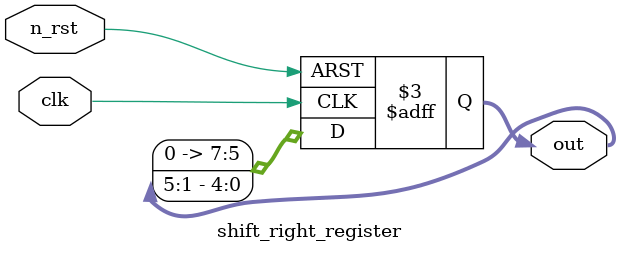
<source format=v>
module shift_right_register(
  clk,
  n_rst,
  out
);

input clk;
input n_rst;
output reg [7:0] out;

always@(posedge clk or negedge n_rst)
begin
  if(!n_rst)
    out <= 8'b0010_1100;
  else 
    out <= {1'b0, out[5:1]};
end

endmodule 
</source>
